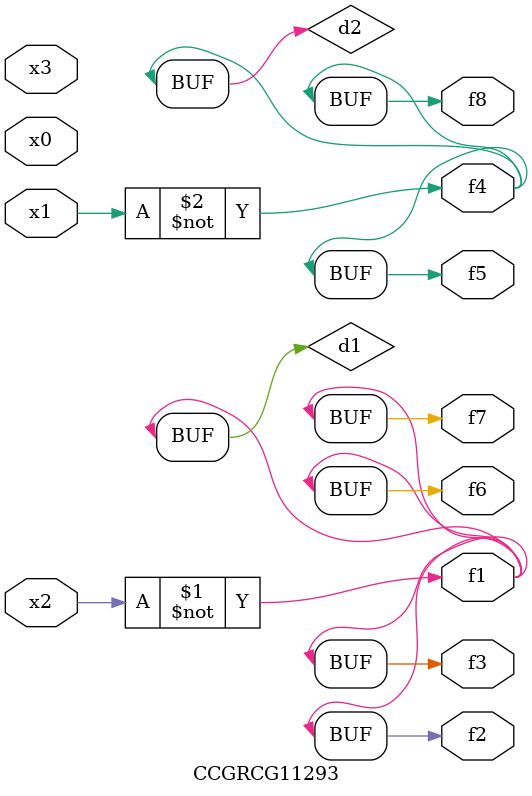
<source format=v>
module CCGRCG11293(
	input x0, x1, x2, x3,
	output f1, f2, f3, f4, f5, f6, f7, f8
);

	wire d1, d2;

	xnor (d1, x2);
	not (d2, x1);
	assign f1 = d1;
	assign f2 = d1;
	assign f3 = d1;
	assign f4 = d2;
	assign f5 = d2;
	assign f6 = d1;
	assign f7 = d1;
	assign f8 = d2;
endmodule

</source>
